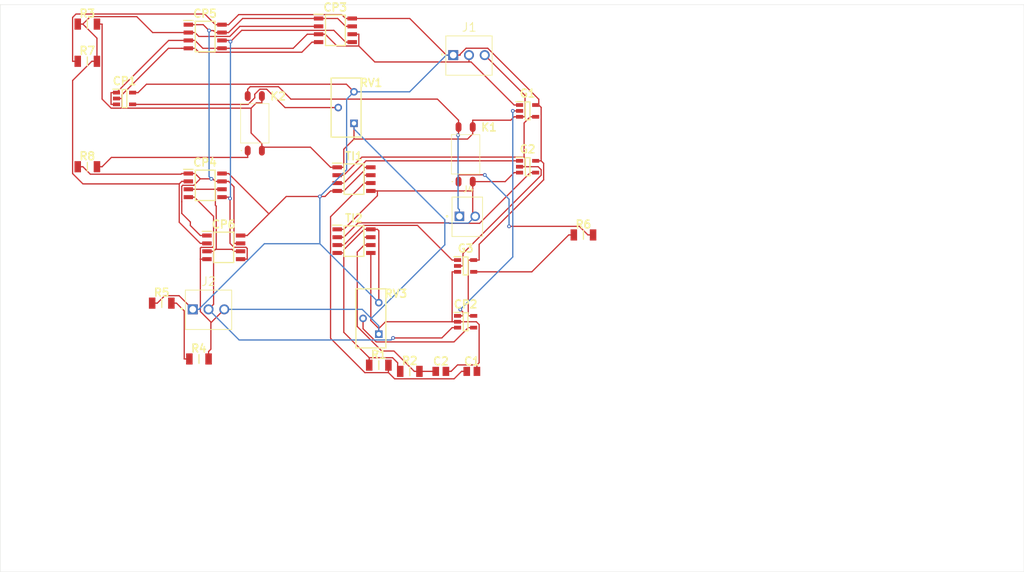
<source format=kicad_pcb>
(kicad_pcb (version 20221018) (generator pcbnew)
  (layers (0 "F.Cu" signal) (31 "B.Cu" signal) (34 "B.Paste" user) (35 "F.Paste" user) (36 "B.SilkS" user "B.Silkscreen") (37 "F.SilkS" user "F.Silkscreen") (38 "B.Mask" user) (39 "F.Mask" user) (44 "Edge.Cuts" user))
  (net 0 "")
  (net 1 "Net-(TI1-DISCHARGE)")
  (net 2 "0")
  (net 3 "Net-(TI2-DISCHARGE)")
  (net 4 "Current Sensor")
  (net 5 "Net-(CP1-IN+)")
  (net 6 "+5V")
  (net 7 "Net-(CP2-OUT)")
  (net 8 "BPS signal")
  (net 9 "Net-(CP2-IN+)")
  (net 10 "SCS Check")
  (net 11 "0.75V")
  (net 12 "4.2V")
  (net 13 "500ms trigger")
  (net 14 "500ms output")
  (net 15 "10s trigger")
  (net 16 "10s output")
  (net 17 "Net-(G3-Y)")
  (net 18 "SC")
  (net 19 "Net-(K1-+_CONTROL)")
  (net 20 "Net-(K2-+_CONTROL)")
  (net 21 "/4.25V")
  (footprint "EPSA_lib:SOT95P280X145-5N" (layer "F.Cu") (at 113 49)
    (fp_text reference "G2")
    (fp_text value "Gate AND SN74AHCT1G08DBVR" hide)
  )
  (footprint "EPSA_lib:RESC3216X70N" (layer "F.Cu") (at 60 80)
    (fp_text reference "R4")
    (fp_text value "82K" hide)
  )
  (footprint "EPSA_lib:SOIC127P600X175-8N" (layer "F.Cu") (at 82 27)
    (fp_text reference "CP3")
    (fp_text value "Comparateur Double LM393LVDR" hide)
  )
  (footprint "EPSA_lib:SOIC127P600X175-8N" (layer "F.Cu") (at 85 61)
    (fp_text reference "TI2")
    (fp_text value "Timer 555 LM555CMX_NOPB" hide)
  )
  (footprint "EPSA_lib:CAPC2012X130N" (layer "F.Cu") (at 104 82)
    (fp_text reference "C1")
    (fp_text value "100u" hide)
  )
  (footprint "EPSA_lib:3296Y1223LF" (layer "F.Cu") (at 89 76)
    (fp_text reference "RV3")
    (fp_text value "Varystor 3296Y-1-223LF" hide)
  )
  (footprint "EPSA_lib:SOIC127P600X175-8N" (layer "F.Cu") (at 85 51)
    (fp_text reference "TI1")
    (fp_text value "Timer 555 LM555CMX_NOPB" hide)
  )
  (footprint "EPSA_lib:SOT95P280X145-5N" (layer "F.Cu") (at 48 38)
    (fp_text reference "CP1")
    (fp_text value "Comparateur TS391ILT" hide)
  )
  (footprint "EPSA_lib:SOIC127P600X175-8N" (layer "F.Cu") (at 61 52)
    (fp_text reference "CP4")
    (fp_text value "Comparateur Double LM393LVDR" hide)
  )
  (footprint "EPSA_lib:RESC3216X70N" (layer "F.Cu") (at 42 49)
    (fp_text reference "R8")
    (fp_text value "10" hide)
  )
  (footprint "EPSA_lib:MOLEX_22-11-2032" (layer "F.Cu") (at 101 31)
    (fp_text reference "J1")
    (fp_text value "3P Droit 22-11-2032")
  )
  (footprint "EPSA_lib:RESC3216X70N" (layer "F.Cu") (at 122 60)
    (fp_text reference "R6")
    (fp_text value "10" hide)
  )
  (footprint "EPSA_lib:3296Y1223LF" (layer "F.Cu") (at 85 42)
    (fp_text reference "RV1")
    (fp_text value "Varystor 3296Y-1-223LF" hide)
  )
  (footprint "EPSA_lib:CAPC2012X130N" (layer "F.Cu") (at 99 82)
    (fp_text reference "C2")
    (fp_text value "10u" hide)
  )
  (footprint "EPSA_lib:SOT95P280X145-5N" (layer "F.Cu") (at 113 40)
    (fp_text reference "G1")
    (fp_text value "Gate AND SN74AHCT1G08DBVR" hide)
  )
  (footprint "EPSA_lib:RESC3216X70N" (layer "F.Cu") (at 94 82)
    (fp_text reference "R2")
    (fp_text value "45k" hide)
  )
  (footprint "EPSA_lib:RESC3216X70N" (layer "F.Cu") (at 54 71)
    (fp_text reference "R5")
    (fp_text value "12K" hide)
  )
  (footprint "EPSA_lib:SOT95P280X145-5N" (layer "F.Cu") (at 103 65)
    (fp_text reference "G3")
    (fp_text value "Gate AND SN74AHCT1G08DBVR" hide)
  )
  (footprint "EPSA_lib:RESC3216X70N" (layer "F.Cu") (at 42 32)
    (fp_text reference "R7")
    (fp_text value "82K" hide)
  )
  (footprint "EPSA_lib:SOT95P280X145-5N" (layer "F.Cu") (at 103 74)
    (fp_text reference "CP2")
    (fp_text value "Comparateur TS391ILT" hide)
  )
  (footprint "EPSA_lib:RESC3216X70N" (layer "F.Cu") (at 89 81)
    (fp_text reference "R1")
    (fp_text value "91k" hide)
  )
  (footprint "EPSA_lib:CPC1394GR" (layer "F.Cu") (at 69 42)
    (fp_text reference "K2")
    (fp_text value "SSR CPC1394GR" hide)
  )
  (footprint "EPSA_lib:MOLEX_22-11-2032" (layer "F.Cu") (at 59 72)
    (fp_text reference "J2")
    (fp_text value "3P Droit 22-11-2032")
  )
  (footprint "EPSA_lib:SOIC127P600X175-8N" (layer "F.Cu") (at 64 62)
    (fp_text reference "CP6")
    (fp_text value "Comparateur Double LM393LVDR" hide)
  )
  (footprint "EPSA_lib:SOIC127P600X175-8N" (layer "F.Cu") (at 61 28)
    (fp_text reference "CP5")
    (fp_text value "Comparateur Double LM393LVDR" hide)
  )
  (footprint "EPSA_lib:CPC1394GR" (layer "F.Cu") (at 103 47)
    (fp_text reference "K1")
    (fp_text value "SSR CPC1394GR" hide)
  )
  (footprint "EPSA_lib:MOLEX_22-11-2022" (layer "F.Cu") (at 102 57)
    (fp_text reference "J4")
    (fp_text value "2P Droit 2-11-2022")
  )
  (footprint "EPSA_lib:RESC3216X70N" (layer "F.Cu") (at 42 26)
    (fp_text reference "R3")
    (fp_text value "12K" hide)
  )
  (gr_rect (start 27.94 22.86) (end 193.04 114.3) (stroke (width 0.05)) (fill none) (layer "Edge.Cuts"))
  (segment (start 86.6451 50.365) (end 86.6451 51.635) (width 0.2) (layer "F.Cu") (net 1))
  (segment (start 87.711 51.635) (end 86.746 51.635) (width 0.2) (layer "F.Cu") (net 1))
  (segment (start 81.218 57.0636) (end 81.218 76.6696) (width 0.2) (layer "F.Cu") (net 1))
  (segment (start 101.1412 83.2019) (end 91.5515 83.2019) (width 0.2) (layer "F.Cu") (net 1))
  (segment (start 90.55 82.2004) (end 90.55 82.101) (width 0.2) (layer "F.Cu") (net 1))
  (segment (start 86.6466 51.635) (end 81.218 57.0636) (width 0.2) (layer "F.Cu") (net 1))
  (segment (start 90.55 81) (end 90.55 82.101) (width 0.2) (layer "F.Cu") (net 1))
  (segment (start 102.3431 82) (end 101.1412 83.2019) (width 0.2) (layer "F.Cu") (net 1))
  (segment (start 91.5515 83.2019) (end 90.55 82.2004) (width 0.2) (layer "F.Cu") (net 1))
  (segment (start 81.218 76.6696) (end 86.7503 82.2019) (width 0.2) (layer "F.Cu") (net 1))
  (segment (start 103.18 82) (end 102.3431 82) (width 0.2) (layer "F.Cu") (net 1))
  (segment (start 90.5485 82.2019) (end 90.55 82.2004) (width 0.2) (layer "F.Cu") (net 1))
  (segment (start 86.746 51.635) (end 86.6466 51.635) (width 0.2) (layer "F.Cu") (net 1))
  (segment (start 87.711 50.365) (end 86.6451 50.365) (width 0.2) (layer "F.Cu") (net 1))
  (segment (start 86.7503 82.2019) (end 90.5485 82.2019) (width 0.2) (layer "F.Cu") (net 1))
  (segment (start 86.6466 51.635) (end 86.6451 51.635) (width 0.2) (layer "F.Cu") (net 1))
  (segment (start 111.3625 49.95) (end 110.8231 49.95) (width 0.2) (layer "F.Cu") (net 2))
  (segment (start 60.2246 72.3537) (end 60.2246 63.905) (width 0.2) (layer "F.Cu") (net 2))
  (segment (start 106.08 31) (end 112.5769 37.4969) (width 0.2) (layer "F.Cu") (net 2))
  (segment (start 85 44.5357) (end 83.3549 46.1808) (width 0.2) (layer "F.Cu") (net 2))
  (segment (start 104.143 41.4981) (end 110.275 41.4981) (width 0.2) (layer "F.Cu") (net 2))
  (segment (start 104.54 57) (end 104.143 56.603) (width 0.2) (layer "F.Cu") (net 2))
  (segment (start 58.289 29.905) (end 59.3549 29.905) (width 0.2) (layer "F.Cu") (net 2))
  (segment (start 104.7281 74) (end 101.7 74) (width 0.2) (layer "F.Cu") (net 2))
  (segment (start 112.5769 40.9498) (end 112.5767 40.95) (width 0.2) (layer "F.Cu") (net 2))
  (segment (start 55.0723 29.905) (end 57.2231 29.905) (width 0.2) (layer "F.Cu") (net 2))
  (segment (start 87.711 73.8006) (end 89 75.0896) (width 0.2) (layer "F.Cu") (net 2))
  (segment (start 101.6938 80.9631) (end 104.82 80.9631) (width 0.2) (layer "F.Cu") (net 2))
  (segment (start 85 42) (end 85 42.9104) (width 0.2) (layer "F.Cu") (net 2))
  (segment (start 68.4061 43.5612) (end 70.143 45.2981) (width 0.2) (layer "F.Cu") (net 2))
  (segment (start 59.254 53.905) (end 62.3549 57.0059) (width 0.2) (layer "F.Cu") (net 2))
  (segment (start 47.5769 39.4277) (end 47.7033 39.5541) (width 0.2) (layer "F.Cu") (net 2))
  (segment (start 70.143 45.849) (end 77.9771 45.849) (width 0.2) (layer "F.Cu") (net 2))
  (segment (start 61.9225 74.0516) (end 61.9225 78.4256) (width 0.2) (layer "F.Cu") (net 2))
  (segment (start 100.6569 82) (end 101.6938 80.9631) (width 0.2) (layer "F.Cu") (net 2))
  (segment (start 58.289 29.905) (end 57.2231 29.905) (width 0.2) (layer "F.Cu") (net 2))
  (segment (start 104.143 52.905) (end 104.143 52.5019) (width 0.2) (layer "F.Cu") (net 2))
  (segment (start 101.7 74) (end 100.8231 74) (width 0.2) (layer "F.Cu") (net 2))
  (segment (start 101.7 65.95) (end 100.8231 65.95) (width 0.2) (layer "F.Cu") (net 2))
  (segment (start 70.143 45.849) (end 70.143 45.2981) (width 0.2) (layer "F.Cu") (net 2))
  (segment (start 111.3625 49.95) (end 111.7 49.95) (width 0.2) (layer "F.Cu") (net 2))
  (segment (start 61.9225 78.4256) (end 61.55 78.7981) (width 0.2) (layer "F.Cu") (net 2))
  (segment (start 90.0896 74) (end 89 75.0896) (width 0.2) (layer "F.Cu") (net 2))
  (segment (start 79.289 28.905) (end 78.2231 28.905) (width 0.2) (layer "F.Cu") (net 2))
  (segment (start 104.143 52.905) (end 88.7769 52.905) (width 0.2) (layer "F.Cu") (net 2))
  (segment (start 70.143 46.4) (end 70.143 45.849) (width 0.2) (layer "F.Cu") (net 2))
  (segment (start 104.82 80.9631) (end 105.1769 80.6062) (width 0.2) (layer "F.Cu") (net 2))
  (segment (start 100.8231 74) (end 100.8231 65.95) (width 0.2) (layer "F.Cu") (net 2))
  (segment (start 61.55 80) (end 61.55 78.7981) (width 0.2) (layer "F.Cu") (net 2))
  (segment (start 83.3549 59.095) (end 88.7769 53.673) (width 0.2) (layer "F.Cu") (net 2))
  (segment (start 82.289 49.095) (end 81.2231 49.095) (width 0.2) (layer "F.Cu") (net 2))
  (segment (start 62.1721 62.0081) (end 60.3431 62.0081) (width 0.2) (layer "F.Cu") (net 2))
  (segment (start 62.3549 61.8253) (end 62.1721 62.0081) (width 0.2) (layer "F.Cu") (net 2))
  (segment (start 76.5961 30.532) (end 78.2231 28.905) (width 0.2) (layer "F.Cu") (net 2))
  (segment (start 61.9225 74.0516) (end 60.2246 72.3537) (width 0.2) (layer "F.Cu") (net 2))
  (segment (start 46.7 38) (end 47.5769 38) (width 0.2) (layer "F.Cu") (net 2))
  (segment (start 87.711 62.905) (end 87.711 73.8006) (width 0.2) (layer "F.Cu") (net 2))
  (segment (start 82.289 59.095) (end 83.3549 59.095) (width 0.2) (layer "F.Cu") (net 2))
  (segment (start 111.7 40.95) (end 112.5767 40.95) (width 0.2) (layer "F.Cu") (net 2))
  (segment (start 58.289 53.905) (end 59.254 53.905) (width 0.2) (layer "F.Cu") (net 2))
  (segment (start 105.1769 80.6062) (end 105.1769 74.4488) (width 0.2) (layer "F.Cu") (net 2))
  (segment (start 61.289 63.905) (end 60.2246 63.905) (width 0.2) (layer "F.Cu") (net 2))
  (segment (start 110.8231 49.95) (end 109.3731 51.4) (width 0.2) (layer "F.Cu") (net 2))
  (segment (start 87.711 52.905) (end 88.7769 52.905) (width 0.2) (layer "F.Cu") (net 2))
  (segment (start 85 44.5357) (end 103.3092 44.5357) (width 0.2) (layer "F.Cu") (net 2))
  (segment (start 89 76) (end 89 75.0896) (width 0.2) (layer "F.Cu") (net 2))
  (segment (start 70.143 38.7019) (end 69.2583 38.7019) (width 0.2) (layer "F.Cu") (net 2))
  (segment (start 85 42.9104) (end 85 44.5357) (width 0.2) (layer "F.Cu") (net 2))
  (segment (start 64.08 72) (end 62.0284 74.0516) (width 0.2) (layer "F.Cu") (net 2))
  (segment (start 47.5769 38) (end 47.5769 39.4277) (width 0.2) (layer "F.Cu") (net 2))
  (segment (start 47.5769 39.4277) (end 47.4527 39.5519) (width 0.2) (layer "F.Cu") (net 2))
  (segment (start 68.4061 39.5541) (end 68.4061 43.5612) (width 0.2) (layer "F.Cu") (net 2))
  (segment (start 82.289 49.095) (end 83.3549 49.095) (width 0.2) (layer "F.Cu") (net 2))
  (segment (start 59.9819 30.532) (end 76.5961 30.532) (width 0.2) (layer "F.Cu") (net 2))
  (segment (start 110.275 41.4981) (end 110.8231 40.95) (width 0.2) (layer "F.Cu") (net 2))
  (segment (start 47.7033 39.5541) (end 68.4061 39.5541) (width 0.2) (layer "F.Cu") (net 2))
  (segment (start 104.143 42.6) (end 104.143 41.4981) (width 0.2) (layer "F.Cu") (net 2))
  (segment (start 43.55 26) (end 44.3769 26) (width 0.2) (layer "F.Cu") (net 2))
  (segment (start 45.8359 39.5519) (end 44.377 38.093) (width 0.2) (layer "F.Cu") (net 2))
  (segment (start 105.1769 74.4488) (end 104.7281 74) (width 0.2) (layer "F.Cu") (net 2))
  (segment (start 100.8231 74) (end 90.0896 74) (width 0.2) (layer "F.Cu") (net 2))
  (segment (start 103.3092 44.5357) (end 104.143 43.7019) (width 0.2) (layer "F.Cu") (net 2))
  (segment (start 60.2231 62.1281) (end 60.2231 63.905) (width 0.2) (layer "F.Cu") (net 2))
  (segment (start 111.7 40.95) (end 110.8231 40.95) (width 0.2) (layer "F.Cu") (net 2))
  (segment (start 83.3549 46.1808) (end 83.3549 49.095) (width 0.2) (layer "F.Cu") (net 2))
  (segment (start 99.82 82) (end 100.6569 82) (width 0.2) (layer "F.Cu") (net 2))
  (segment (start 44.377 26) (end 44.3769 26) (width 0.2) (layer "F.Cu") (net 2))
  (segment (start 70.143 37.6) (end 70.143 38.7019) (width 0.2) (layer "F.Cu") (net 2))
  (segment (start 112.5769 37.4969) (end 112.5769 40.9498) (width 0.2) (layer "F.Cu") (net 2))
  (segment (start 104.82 82) (end 104.82 80.9631) (width 0.2) (layer "F.Cu") (net 2))
  (segment (start 77.9771 45.849) (end 81.2231 49.095) (width 0.2) (layer "F.Cu") (net 2))
  (segment (start 62.3549 57.0059) (end 62.3549 61.8253) (width 0.2) (layer "F.Cu") (net 2))
  (segment (start 47.5769 38) (end 47.5769 37.4004) (width 0.2) (layer "F.Cu") (net 2))
  (segment (start 88.7769 53.673) (end 88.7769 52.905) (width 0.2) (layer "F.Cu") (net 2))
  (segment (start 59.3549 29.905) (end 59.9819 30.532) (width 0.2) (layer "F.Cu") (net 2))
  (segment (start 104.143 56.603) (end 104.143 52.905) (width 0.2) (layer "F.Cu") (net 2))
  (segment (start 60.2246 63.905) (end 60.2231 63.905) (width 0.2) (layer "F.Cu") (net 2))
  (segment (start 47.4527 39.5519) (end 45.8359 39.5519) (width 0.2) (layer "F.Cu") (net 2))
  (segment (start 47.5769 37.4004) (end 55.0723 29.905) (width 0.2) (layer "F.Cu") (net 2))
  (segment (start 104.143 51.4) (end 104.143 52.5019) (width 0.2) (layer "F.Cu") (net 2))
  (segment (start 60.3431 62.0081) (end 60.2231 62.1281) (width 0.2) (layer "F.Cu") (net 2))
  (segment (start 104.143 42.6) (end 104.143 43.7019) (width 0.2) (layer "F.Cu") (net 2))
  (segment (start 69.2583 38.7019) (end 68.4061 39.5541) (width 0.2) (layer "F.Cu") (net 2))
  (segment (start 62.0284 74.0516) (end 61.9225 74.0516) (width 0.2) (layer "F.Cu") (net 2))
  (segment (start 109.3731 51.4) (end 104.143 51.4) (width 0.2) (layer "F.Cu") (net 2))
  (segment (start 44.377 38.093) (end 44.377 26) (width 0.2) (layer "F.Cu") (net 2))
  (segment (start 89 74.6719) (end 89 75.0896) (width 0.2) (layer "B.Cu") (net 2))
  (segment (start 85 42) (end 85 42.9104) (width 0.2) (layer "B.Cu") (net 2))
  (segment (start 99.6438 57.5542) (end 85 42.9104) (width 0.2) (layer "B.Cu") (net 2))
  (segment (start 86.3281 72) (end 87.7835 73.4554) (width 0.2) (layer "B.Cu") (net 2))
  (segment (start 99.6438 58.0918) (end 103.4482 58.0918) (width 0.2) (layer "B.Cu") (net 2))
  (segment (start 103.4482 58.0918) (end 104.54 57) (width 0.2) (layer "B.Cu") (net 2))
  (segment (start 87.7835 73.4554) (end 99.6438 61.5951) (width 0.2) (layer "B.Cu") (net 2))
  (segment (start 99.6438 61.5951) (end 99.6438 58.0918) (width 0.2) (layer "B.Cu") (net 2))
  (segment (start 87.7835 73.4554) (end 89 74.6719) (width 0.2) (layer "B.Cu") (net 2))
  (segment (start 99.6438 58.0918) (end 99.6438 57.5542) (width 0.2) (layer "B.Cu") (net 2))
  (segment (start 64.08 72) (end 86.3281 72) (width 0.2) (layer "B.Cu") (net 2))
  (segment (start 89 76) (end 89 75.0896) (width 0.2) (layer "B.Cu") (net 2))
  (segment (start 98.18 82) (end 95.55 82) (width 0.2) (layer "F.Cu") (net 3))
  (segment (start 95.55 82) (end 94.7231 82) (width 0.2) (layer "F.Cu") (net 3))
  (segment (start 87.711 61.635) (end 86.6451 61.635) (width 0.2) (layer "F.Cu") (net 3))
  (segment (start 86.6451 60.365) (end 86.6451 61.635) (width 0.2) (layer "F.Cu") (net 3))
  (segment (start 85.5233 74.7689) (end 85.5233 62.7568) (width 0.2) (layer "F.Cu") (net 3))
  (segment (start 94.7231 82) (end 91.4413 78.7182) (width 0.2) (layer "F.Cu") (net 3))
  (segment (start 85.5233 62.7568) (end 86.6451 61.635) (width 0.2) (layer "F.Cu") (net 3))
  (segment (start 87.711 60.365) (end 86.6451 60.365) (width 0.2) (layer "F.Cu") (net 3))
  (segment (start 89.4726 78.7182) (end 85.5233 74.7689) (width 0.2) (layer "F.Cu") (net 3))
  (segment (start 91.4413 78.7182) (end 89.4726 78.7182) (width 0.2) (layer "F.Cu") (net 3))
  (segment (start 46.7 37.05) (end 45.8231 37.05) (width 0.2) (layer "F.Cu") (net 4))
  (segment (start 46.7 37.05) (end 55.115 28.635) (width 0.2) (layer "F.Cu") (net 4))
  (segment (start 103.54 32.1069) (end 103.54 31) (width 0.2) (layer "F.Cu") (net 4))
  (segment (start 111.7 39.05) (end 110.8231 39.05) (width 0.2) (layer "F.Cu") (net 4))
  (segment (start 64.7769 29.905) (end 75.1937 29.905) (width 0.2) (layer "F.Cu") (net 4))
  (segment (start 46.7 38.95) (end 45.8231 38.95) (width 0.2) (layer "F.Cu") (net 4))
  (segment (start 103.88 32.1069) (end 110.8231 39.05) (width 0.2) (layer "F.Cu") (net 4))
  (segment (start 88.3513 32.1069) (end 103.54 32.1069) (width 0.2) (layer "F.Cu") (net 4))
  (segment (start 85.7769 27.635) (end 85.7769 29.5325) (width 0.2) (layer "F.Cu") (net 4))
  (segment (start 84.711 27.635) (end 85.7769 27.635) (width 0.2) (layer "F.Cu") (net 4))
  (segment (start 82.2524 29.5325) (end 80.3549 27.635) (width 0.2) (layer "F.Cu") (net 4))
  (segment (start 55.115 28.635) (end 58.289 28.635) (width 0.2) (layer "F.Cu") (net 4))
  (segment (start 45.8231 38.95) (end 45.8231 37.05) (width 0.2) (layer "F.Cu") (net 4))
  (segment (start 58.289 28.635) (end 59.3549 28.635) (width 0.2) (layer "F.Cu") (net 4))
  (segment (start 75.1937 29.905) (end 77.4637 27.635) (width 0.2) (layer "F.Cu") (net 4))
  (segment (start 103.54 32.1069) (end 103.88 32.1069) (width 0.2) (layer "F.Cu") (net 4))
  (segment (start 79.289 27.635) (end 80.3549 27.635) (width 0.2) (layer "F.Cu") (net 4))
  (segment (start 85.7769 29.5325) (end 88.3513 32.1069) (width 0.2) (layer "F.Cu") (net 4))
  (segment (start 59.3549 28.635) (end 60.6249 29.905) (width 0.2) (layer "F.Cu") (net 4))
  (segment (start 85.7769 29.5325) (end 82.2524 29.5325) (width 0.2) (layer "F.Cu") (net 4))
  (segment (start 77.4637 27.635) (end 79.289 27.635) (width 0.2) (layer "F.Cu") (net 4))
  (segment (start 60.6249 29.905) (end 63.711 29.905) (width 0.2) (layer "F.Cu") (net 4))
  (segment (start 63.711 29.905) (end 64.7769 29.905) (width 0.2) (layer "F.Cu") (net 4))
  (segment (start 49.3 38.95) (end 67.9308 38.95) (width 0.2) (layer "F.Cu") (net 5))
  (segment (start 70.92 36.4981) (end 73.8819 39.46) (width 0.2) (layer "F.Cu") (net 5))
  (segment (start 68.9954 37.3126) (end 69.8099 36.4981) (width 0.2) (layer "F.Cu") (net 5))
  (segment (start 67.9308 38.95) (end 68.9954 37.8854) (width 0.2) (layer "F.Cu") (net 5))
  (segment (start 68.9954 37.8854) (end 68.9954 37.3126) (width 0.2) (layer "F.Cu") (net 5))
  (segment (start 69.8099 36.4981) (end 70.92 36.4981) (width 0.2) (layer "F.Cu") (net 5))
  (segment (start 73.8819 39.46) (end 82.46 39.46) (width 0.2) (layer "F.Cu") (net 5))
  (segment (start 86.6451 59.095) (end 83.3549 62.3852) (width 0.2) (layer "F.Cu") (net 6))
  (segment (start 105.1769 64.05) (end 105.1769 61.5117) (width 0.2) (layer "F.Cu") (net 6))
  (segment (start 84.711 25.095) (end 83.6451 25.095) (width 0.2) (layer "F.Cu") (net 6))
  (segment (start 50.1769 37.05) (end 51.5326 35.6943) (width 0.2) (layer "F.Cu") (net 6))
  (segment (start 74.074 53.7979) (end 79.4965 53.7979) (width 0.2) (layer "F.Cu") (net 6))
  (segment (start 59 72) (end 56.7981 69.7981) (width 0.2) (layer "F.Cu") (net 6))
  (segment (start 62.6451 26.095) (end 60.9239 24.3738) (width 0.2) (layer "F.Cu") (net 6))
  (segment (start 83.6451 25.095) (end 83.0182 24.4681) (width 0.2) (layer "F.Cu") (net 6))
  (segment (start 56.7981 69.7981) (end 54.4788 69.7981) (width 0.2) (layer "F.Cu") (net 6))
  (segment (start 87.711 59.095) (end 86.6451 59.095) (width 0.2) (layer "F.Cu") (net 6))
  (segment (start 87.45 81) (end 87.45 79.7981) (width 0.2) (layer "F.Cu") (net 6))
  (segment (start 71.2769 56.595) (end 67.7769 60.095) (width 0.2) (layer "F.Cu") (net 6))
  (segment (start 115.1769 39.4319) (end 114.795 39.05) (width 0.2) (layer "F.Cu") (net 6))
  (segment (start 92.0366 82) (end 92.0366 80.6185) (width 0.2) (layer "F.Cu") (net 6))
  (segment (start 63.711 26.095) (end 62.6451 26.095) (width 0.2) (layer "F.Cu") (net 6))
  (segment (start 39.6231 24.9239) (end 39.6231 32) (width 0.2) (layer "F.Cu") (net 6))
  (segment (start 71.2769 56.595) (end 74.074 53.7979) (width 0.2) (layer "F.Cu") (net 6))
  (segment (start 40.45 32) (end 39.6231 32) (width 0.2) (layer "F.Cu") (net 6))
  (segment (start 66.4038 24.4681) (end 64.7769 26.095) (width 0.2) (layer "F.Cu") (net 6))
  (segment (start 105.1769 61.5117) (end 115.5788 51.1098) (width 0.2) (layer "F.Cu") (net 6))
  (segment (start 87.45 79.7981) (end 83.3549 75.703) (width 0.2) (layer "F.Cu") (net 6))
  (segment (start 82.289 62.905) (end 83.3549 62.905) (width 0.2) (layer "F.Cu") (net 6))
  (segment (start 114.795 39.05) (end 114.795 38.1213) (width 0.2) (layer "F.Cu") (net 6))
  (segment (start 83.3549 52.905) (end 86.6451 49.6148) (width 0.2) (layer "F.Cu") (net 6))
  (segment (start 101 31) (end 99.8931 31) (width 0.2) (layer "F.Cu") (net 6))
  (segment (start 101 31) (end 102.1069 31) (width 0.2) (layer "F.Cu") (net 6))
  (segment (start 89 70.92) (end 89 59.3181) (width 0.2) (layer "F.Cu") (net 6))
  (segment (start 106.5668 29.8931) (end 103.0753 29.8931) (width 0.2) (layer "F.Cu") (net 6))
  (segment (start 104.3 64.05) (end 105.1769 64.05) (width 0.2) (layer "F.Cu") (net 6))
  (segment (start 63.711 26.095) (end 64.7769 26.095) (width 0.2) (layer "F.Cu") (net 6))
  (segment (start 79.4965 53.7979) (end 80.3302 53.7979) (width 0.2) (layer "F.Cu") (net 6))
  (segment (start 83.7743 35.6943) (end 85 36.92) (width 0.2) (layer "F.Cu") (net 6))
  (segment (start 115.5788 51.1098) (end 115.5788 48.4519) (width 0.2) (layer "F.Cu") (net 6))
  (segment (start 83.3549 62.3852) (end 83.3549 62.905) (width 0.2) (layer "F.Cu") (net 6))
  (segment (start 89 59.3181) (end 88.7769 59.095) (width 0.2) (layer "F.Cu") (net 6))
  (segment (start 114.795 38.1213) (end 106.5668 29.8931) (width 0.2) (layer "F.Cu") (net 6))
  (segment (start 63.711 50.095) (end 64.7769 50.095) (width 0.2) (layer "F.Cu") (net 6))
  (segment (start 54.4788 69.7981) (end 53.2769 71) (width 0.2) (layer "F.Cu") (net 6))
  (segment (start 99.8931 31) (end 93.9881 25.095) (width 0.2) (layer "F.Cu") (net 6))
  (segment (start 49.3 37.05) (end 50.1769 37.05) (width 0.2) (layer "F.Cu") (net 6))
  (segment (start 103.0753 29.8931) (end 102.1069 30.8615) (width 0.2) (layer "F.Cu") (net 6))
  (segment (start 104.3 73.05) (end 103.4231 73.05) (width 0.2) (layer "F.Cu") (net 6))
  (segment (start 83.0182 24.4681) (end 66.4038 24.4681) (width 0.2) (layer "F.Cu") (net 6))
  (segment (start 64.7769 50.095) (end 71.2769 56.595) (width 0.2) (layer "F.Cu") (net 6))
  (segment (start 92.45 82) (end 92.0366 82) (width 0.2) (layer "F.Cu") (net 6))
  (segment (start 82.289 52.905) (end 83.3549 52.905) (width 0.2) (layer "F.Cu") (net 6))
  (segment (start 91.2162 79.7981) (end 87.45 79.7981) (width 0.2) (layer "F.Cu") (net 6))
  (segment (start 115.1769 48.05) (end 115.1769 39.4319) (width 0.2) (layer "F.Cu") (net 6))
  (segment (start 102.1069 30.8615) (end 102.1069 31) (width 0.2) (layer "F.Cu") (net 6))
  (segment (start 86.6451 49.6148) (end 86.6451 49.095) (width 0.2) (layer "F.Cu") (net 6))
  (segment (start 115.5788 48.4519) (end 115.1769 48.05) (width 0.2) (layer "F.Cu") (net 6))
  (segment (start 114.3 39.05) (end 114.795 39.05) (width 0.2) (layer "F.Cu") (net 6))
  (segment (start 80.3302 53.7979) (end 81.2231 52.905) (width 0.2) (layer "F.Cu") (net 6))
  (segment (start 104.3 64.05) (end 103.4231 64.05) (width 0.2) (layer "F.Cu") (net 6))
  (segment (start 66.711 60.095) (end 67.7769 60.095) (width 0.2) (layer "F.Cu") (net 6))
  (segment (start 87.711 49.095) (end 86.6451 49.095) (width 0.2) (layer "F.Cu") (net 6))
  (segment (start 92.0366 80.6185) (end 91.2162 79.7981) (width 0.2) (layer "F.Cu") (net 6))
  (segment (start 87.711 59.095) (end 88.7769 59.095) (width 0.2) (layer "F.Cu") (net 6))
  (segment (start 82.289 52.905) (end 81.2231 52.905) (width 0.2) (layer "F.Cu") (net 6))
  (segment (start 114.3 48.05) (end 115.1769 48.05) (width 0.2) (layer "F.Cu") (net 6))
  (segment (start 93.9881 25.095) (end 84.711 25.095) (width 0.2) (layer "F.Cu") (net 6))
  (segment (start 103.4231 73.05) (end 103.4231 64.05) (width 0.2) (layer "F.Cu") (net 6))
  (segment (start 52.45 71) (end 53.2769 71) (width 0.2) (layer "F.Cu") (net 6))
  (segment (start 60.9239 24.3738) (end 40.1732 24.3738) (width 0.2) (layer "F.Cu") (net 6))
  (segment (start 83.3549 75.703) (end 83.3549 62.905) (width 0.2) (layer "F.Cu") (net 6))
  (segment (start 51.5326 35.6943) (end 83.7743 35.6943) (width 0.2) (layer "F.Cu") (net 6))
  (segment (start 40.1732 24.3738) (end 39.6231 24.9239) (width 0.2) (layer "F.Cu") (net 6))
  (via (at 79.4965 53.7979) (size 0.6) (drill 0.3) (layers "F.Cu" "B.Cu") (net 6))
  (segment (start 59 72) (end 60.1069 72) (width 0.2) (layer "B.Cu") (net 6))
  (segment (start 60.1069 72) (end 60.1069 71.8616) (width 0.2) (layer "B.Cu") (net 6))
  (segment (start 79.4965 61.4165) (end 89 70.92) (width 0.2) (layer "B.Cu") (net 6))
  (segment (start 60.1069 71.8616) (end 70.552 61.4165) (width 0.2) (layer "B.Cu") (net 6))
  (segment (start 83.8078 49.4866) (end 79.4965 53.7979) (width 0.2) (layer "B.Cu") (net 6))
  (segment (start 85 36.92) (end 93.9731 36.92) (width 0.2) (layer "B.Cu") (net 6))
  (segment (start 93.9731 36.92) (end 99.8931 31) (width 0.2) (layer "B.Cu") (net 6))
  (segment (start 79.4965 53.7979) (end 79.4965 61.4165) (width 0.2) (layer "B.Cu") (net 6))
  (segment (start 101 31) (end 99.8931 31) (width 0.2) (layer "B.Cu") (net 6))
  (segment (start 85 36.92) (end 83.8078 38.1122) (width 0.2) (layer "B.Cu") (net 6))
  (segment (start 83.8078 38.1122) (end 83.8078 49.4866) (width 0.2) (layer "B.Cu") (net 6))
  (segment (start 70.552 61.4165) (end 79.4965 61.4165) (width 0.2) (layer "B.Cu") (net 6))
  (segment (start 102.5769 72.4593) (end 102.137 72.0194) (width 0.2) (layer "F.Cu") (net 7))
  (segment (start 101.7 73.05) (end 102.5769 73.05) (width 0.2) (layer "F.Cu") (net 7))
  (segment (start 102.5769 73.05) (end 102.5769 72.4593) (width 0.2) (layer "F.Cu") (net 7))
  (segment (start 111.7 40) (end 110.6039 40) (width 0.2) (layer "F.Cu") (net 7))
  (via (at 102.137 72.0194) (size 0.6) (drill 0.3) (layers "F.Cu" "B.Cu") (net 7))
  (via (at 110.6039 40) (size 0.6) (drill 0.3) (layers "F.Cu" "B.Cu") (net 7))
  (segment (start 110.6039 40) (end 110.6039 63.5525) (width 0.2) (layer "B.Cu") (net 7))
  (segment (start 110.6039 63.5525) (end 102.137 72.0194) (width 0.2) (layer "B.Cu") (net 7))
  (segment (start 65.3309 62.3208) (end 65.6451 62.635) (width 0.2) (layer "F.Cu") (net 8))
  (segment (start 62.3549 62.635) (end 62.6691 62.3208) (width 0.2) (layer "F.Cu") (net 8))
  (segment (start 62.6451 55.2074) (end 62.6451 52.635) (width 0.2) (layer "F.Cu") (net 8))
  (segment (start 62.3549 71.1851) (end 62.3549 62.635) (width 0.2) (layer "F.Cu") (net 8))
  (segment (start 61.289 62.635) (end 62.3549 62.635) (width 0.2) (layer "F.Cu") (net 8))
  (segment (start 62.7831 62.3208) (end 62.7831 55.3454) (width 0.2) (layer "F.Cu") (net 8))
  (segment (start 62.7831 55.3454) (end 62.6451 55.2074) (width 0.2) (layer "F.Cu") (net 8))
  (segment (start 100.8231 74.95) (end 99.1609 76.6122) (width 0.2) (layer "F.Cu") (net 8))
  (segment (start 66.711 62.635) (end 65.6451 62.635) (width 0.2) (layer "F.Cu") (net 8))
  (segment (start 62.6451 52.635) (end 58.289 52.635) (width 0.2) (layer "F.Cu") (net 8))
  (segment (start 61.54 72) (end 62.3549 71.1851) (width 0.2) (layer "F.Cu") (net 8))
  (segment (start 62.6691 62.3208) (end 62.7831 62.3208) (width 0.2) (layer "F.Cu") (net 8))
  (segment (start 62.7831 62.3208) (end 65.3309 62.3208) (width 0.2) (layer "F.Cu") (net 8))
  (segment (start 101.7 74.95) (end 100.8231 74.95) (width 0.2) (layer "F.Cu") (net 8))
  (segment (start 63.711 52.635) (end 62.6451 52.635) (width 0.2) (layer "F.Cu") (net 8))
  (segment (start 99.1609 76.6122) (end 91.3037 76.6122) (width 0.2) (layer "F.Cu") (net 8))
  (via (at 91.3037 76.6122) (size 0.6) (drill 0.3) (layers "F.Cu" "B.Cu") (net 8))
  (segment (start 90.9766 76.9393) (end 66.4793 76.9393) (width 0.2) (layer "B.Cu") (net 8))
  (segment (start 91.3037 76.6122) (end 90.9766 76.9393) (width 0.2) (layer "B.Cu") (net 8))
  (segment (start 66.4793 76.9393) (end 61.54 72) (width 0.2) (layer "B.Cu") (net 8))
  (segment (start 101.1224 77.2507) (end 88.5812 77.2507) (width 0.2) (layer "F.Cu") (net 9))
  (segment (start 103.4231 74.95) (end 101.1224 77.2507) (width 0.2) (layer "F.Cu") (net 9))
  (segment (start 104.3 74.95) (end 103.4231 74.95) (width 0.2) (layer "F.Cu") (net 9))
  (segment (start 88.5812 77.2507) (end 86.46 75.1295) (width 0.2) (layer "F.Cu") (net 9))
  (segment (start 86.46 75.1295) (end 86.46 73.46) (width 0.2) (layer "F.Cu") (net 9))
  (segment (start 60.2231 60.095) (end 58.6131 58.485) (width 0.2) (layer "F.Cu") (net 10))
  (segment (start 58.289 50.095) (end 57.2231 50.095) (width 0.2) (layer "F.Cu") (net 10))
  (segment (start 63.711 27.365) (end 62.6451 27.365) (width 0.2) (layer "F.Cu") (net 10))
  (segment (start 63.711 51.365) (end 62.6451 51.365) (width 0.2) (layer "F.Cu") (net 10))
  (segment (start 57.2238 54.644) (end 57.2223 54.6425) (width 0.2) (layer "F.Cu") (net 10))
  (segment (start 60.2152 50.9552) (end 60.2152 50.9553) (width 0.2) (layer "F.Cu") (net 10))
  (segment (start 66.711 61.365) (end 65.6451 61.365) (width 0.2) (layer "F.Cu") (net 10))
  (segment (start 62.3235 27.0434) (end 62.6451 27.365) (width 0.2) (layer "F.Cu") (net 10))
  (segment (start 63.711 27.365) (end 64.244 27.365) (width 0.2) (layer "F.Cu") (net 10))
  (segment (start 67.0469 25.095) (end 79.289 25.095) (width 0.2) (layer "F.Cu") (net 10))
  (segment (start 62.6451 51.365) (end 62.2354 50.9553) (width 0.2) (layer "F.Cu") (net 10))
  (segment (start 58.6131 58.485) (end 58.6131 57.9168) (width 0.2) (layer "F.Cu") (net 10))
  (segment (start 57.2223 52.1582) (end 57.3874 51.9931) (width 0.2) (layer "F.Cu") (net 10))
  (segment (start 60.68 26.095) (end 58.289 26.095) (width 0.2) (layer "F.Cu") (net 10))
  (segment (start 61.289 60.095) (end 60.2231 60.095) (width 0.2) (layer "F.Cu") (net 10))
  (segment (start 41.2769 49) (end 42.4788 50.2019) (width 0.2) (layer "F.Cu") (net 10))
  (segment (start 64.7769 27.365) (end 67.0469 25.095) (width 0.2) (layer "F.Cu") (net 10))
  (segment (start 64.7014 27.365) (end 64.7769 27.365) (width 0.2) (layer "F.Cu") (net 10))
  (segment (start 57.3874 51.9931) (end 59.1773 51.9931) (width 0.2) (layer "F.Cu") (net 10))
  (segment (start 40.45 49) (end 41.2769 49) (width 0.2) (layer "F.Cu") (net 10))
  (segment (start 42.4788 50.2019) (end 57.1162 50.2019) (width 0.2) (layer "F.Cu") (net 10))
  (segment (start 84.711 26.365) (end 83.6451 26.365) (width 0.2) (layer "F.Cu") (net 10))
  (segment (start 59.3549 50.095) (end 60.2152 50.9552) (width 0.2) (layer "F.Cu") (net 10))
  (segment (start 58.6131 57.9168) (end 57.2238 56.5275) (width 0.2) (layer "F.Cu") (net 10))
  (segment (start 57.2238 56.5275) (end 57.2238 54.644) (width 0.2) (layer "F.Cu") (net 10))
  (segment (start 63.711 51.365) (end 64.7769 51.365) (width 0.2) (layer "F.Cu") (net 10))
  (segment (start 65.6451 52.2332) (end 65.6451 61.365) (width 0.2) (layer "F.Cu") (net 10))
  (segment (start 62.2354 50.9553) (end 61.9876 50.9553) (width 0.2) (layer "F.Cu") (net 10))
  (segment (start 59.1773 51.9931) (end 60.2152 50.9552) (width 0.2) (layer "F.Cu") (net 10))
  (segment (start 64.244 27.365) (end 64.7014 27.365) (width 0.2) (layer "F.Cu") (net 10))
  (segment (start 61.6284 27.0434) (end 60.68 26.095) (width 0.2) (layer "F.Cu") (net 10))
  (segment (start 58.289 50.095) (end 59.3549 50.095) (width 0.2) (layer "F.Cu") (net 10))
  (segment (start 57.1162 50.2019) (end 57.2231 50.095) (width 0.2) (layer "F.Cu") (net 10))
  (segment (start 82.3751 25.095) (end 79.289 25.095) (width 0.2) (layer "F.Cu") (net 10))
  (segment (start 83.6451 26.365) (end 82.3751 25.095) (width 0.2) (layer "F.Cu") (net 10))
  (segment (start 57.2223 54.6425) (end 57.2223 52.1582) (width 0.2) (layer "F.Cu") (net 10))
  (segment (start 61.6284 27.0434) (end 62.3235 27.0434) (width 0.2) (layer "F.Cu") (net 10))
  (segment (start 60.2152 50.9553) (end 61.9876 50.9553) (width 0.2) (layer "F.Cu") (net 10))
  (segment (start 64.7769 51.365) (end 65.6451 52.2332) (width 0.2) (layer "F.Cu") (net 10))
  (via (at 61.9876 50.9553) (size 0.6) (drill 0.3) (layers "F.Cu" "B.Cu") (net 10))
  (via (at 61.6284 27.0434) (size 0.6) (drill 0.3) (layers "F.Cu" "B.Cu") (net 10))
  (segment (start 61.6284 50.5961) (end 61.6284 27.0434) (width 0.2) (layer "B.Cu") (net 10))
  (segment (start 61.9876 50.9553) (end 61.6284 50.5961) (width 0.2) (layer "B.Cu") (net 10))
  (segment (start 66.5968 26.365) (end 79.289 26.365) (width 0.2) (layer "F.Cu") (net 11))
  (segment (start 59.9818 27.9919) (end 64.9699 27.9919) (width 0.2) (layer "F.Cu") (net 11))
  (segment (start 60.2231 61.365) (end 56.8181 57.96) (width 0.2) (layer "F.Cu") (net 11))
  (segment (start 49.9677 24.7981) (end 52.5346 27.365) (width 0.2) (layer "F.Cu") (net 11))
  (segment (start 39.6231 35.1) (end 39.6231 50.1055) (width 0.2) (layer "F.Cu") (net 11))
  (segment (start 59.3549 27.365) (end 59.9818 27.9919) (width 0.2) (layer "F.Cu") (net 11))
  (segment (start 39.6231 50.1055) (end 41.2876 51.77) (width 0.2) (layer "F.Cu") (net 11))
  (segment (start 56.8181 57.96) (end 56.8181 51.77) (width 0.2) (layer "F.Cu") (net 11))
  (segment (start 43.55 28.2731) (end 43.55 32) (width 0.2) (layer "F.Cu") (net 11))
  (segment (start 42.7231 32) (end 39.6231 35.1) (width 0.2) (layer "F.Cu") (net 11))
  (segment (start 40.45 26) (end 41.2769 26) (width 0.2) (layer "F.Cu") (net 11))
  (segment (start 41.2876 51.77) (end 56.8181 51.77) (width 0.2) (layer "F.Cu") (net 11))
  (segment (start 58.2986 27.365) (end 58.289 27.365) (width 0.2) (layer "F.Cu") (net 11))
  (segment (start 61.289 61.365) (end 60.2231 61.365) (width 0.2) (layer "F.Cu") (net 11))
  (segment (start 42.4788 24.7981) (end 49.9677 24.7981) (width 0.2) (layer "F.Cu") (net 11))
  (segment (start 58.2986 27.365) (end 59.3549 27.365) (width 0.2) (layer "F.Cu") (net 11))
  (segment (start 41.2769 26) (end 42.4788 24.7981) (width 0.2) (layer "F.Cu") (net 11))
  (segment (start 56.8181 51.77) (end 57.2231 51.365) (width 0.2) (layer "F.Cu") (net 11))
  (segment (start 41.2769 26) (end 43.55 28.2731) (width 0.2) (layer "F.Cu") (net 11))
  (segment (start 58.289 51.365) (end 57.2231 51.365) (width 0.2) (layer "F.Cu") (net 11))
  (segment (start 64.9699 27.9919) (end 66.5968 26.365) (width 0.2) (layer "F.Cu") (net 11))
  (segment (start 43.55 32) (end 42.7231 32) (width 0.2) (layer "F.Cu") (net 11))
  (segment (start 52.5346 27.365) (end 58.289 27.365) (width 0.2) (layer "F.Cu") (net 11))
  (segment (start 67.5893 61.9919) (end 65.6466 61.9919) (width 0.2) (layer "F.Cu") (net 12))
  (segment (start 83.6451 28.905) (end 81.7482 27.0081) (width 0.2) (layer "F.Cu") (net 12))
  (segment (start 65.0101 61.3554) (end 65.0101 54.118) (width 0.2) (layer "F.Cu") (net 12))
  (segment (start 65.0101 54.118) (end 64.9899 54.118) (width 0.2) (layer "F.Cu") (net 12))
  (segment (start 65.6466 61.9919) (end 65.0101 61.3554) (width 0.2) (layer "F.Cu") (net 12))
  (segment (start 65.0775 28.8274) (end 64.9693 28.8274) (width 0.2) (layer "F.Cu") (net 12))
  (segment (start 64.9899 54.118) (end 64.7769 53.905) (width 0.2) (layer "F.Cu") (net 12))
  (segment (start 66.711 63.905) (end 67.7769 63.905) (width 0.2) (layer "F.Cu") (net 12))
  (segment (start 67.7769 62.1795) (end 67.5893 61.9919) (width 0.2) (layer "F.Cu") (net 12))
  (segment (start 64.9693 28.8274) (end 64.7769 28.635) (width 0.2) (layer "F.Cu") (net 12))
  (segment (start 81.7482 27.0081) (end 66.8968 27.0081) (width 0.2) (layer "F.Cu") (net 12))
  (segment (start 63.711 53.905) (end 64.7769 53.905) (width 0.2) (layer "F.Cu") (net 12))
  (segment (start 63.711 28.635) (end 64.7769 28.635) (width 0.2) (layer "F.Cu") (net 12))
  (segment (start 66.8968 27.0081) (end 65.0775 28.8274) (width 0.2) (layer "F.Cu") (net 12))
  (segment (start 67.7769 63.905) (end 67.7769 62.1795) (width 0.2) (layer "F.Cu") (net 12))
  (segment (start 84.711 28.905) (end 83.6451 28.905) (width 0.2) (layer "F.Cu") (net 12))
  (via (at 65.0101 54.118) (size 0.6) (drill 0.3) (layers "F.Cu" "B.Cu") (net 12))
  (via (at 65.0775 28.8274) (size 0.6) (drill 0.3) (layers "F.Cu" "B.Cu") (net 12))
  (segment (start 65.0775 54.0506) (end 65.0775 28.8274) (width 0.2) (layer "B.Cu") (net 12))
  (segment (start 65.0101 54.118) (end 65.0775 54.0506) (width 0.2) (layer "B.Cu") (net 12))
  (segment (start 101.7 65) (end 102.5769 65) (width 0.2) (layer "F.Cu") (net 13))
  (segment (start 115.1769 49.4794) (end 114.6975 49) (width 0.2) (layer "F.Cu") (net 13))
  (segment (start 113.4231 40.95) (end 112.4288 41.9443) (width 0.2) (layer "F.Cu") (net 13))
  (segment (start 82.289 50.365) (end 83.3549 50.365) (width 0.2) (layer "F.Cu") (net 13))
  (segment (start 111.7 49) (end 112.5769 49) (width 0.2) (layer "F.Cu") (net 13))
  (segment (start 112.5769 49) (end 112.5769 47.5952) (width 0.2) (layer "F.Cu") (net 13))
  (segment (start 114.3 40.95) (end 113.4231 40.95) (width 0.2) (layer "F.Cu") (net 13))
  (segment (start 114.6975 49) (end 112.5769 49) (width 0.2) (layer "F.Cu") (net 13))
  (segment (start 86.2728 47.4471) (end 83.3549 50.365) (width 0.2) (layer "F.Cu") (net 13))
  (segment (start 112.4288 41.9443) (end 112.4288 47.4471) (width 0.2) (layer "F.Cu") (net 13))
  (segment (start 115.1769 50.3771) (end 115.1769 49.4794) (width 0.2) (layer "F.Cu") (net 13))
  (segment (start 102.5769 62.9771) (end 115.1769 50.3771) (width 0.2) (layer "F.Cu") (net 13))
  (segment (start 112.4288 47.4471) (end 86.2728 47.4471) (width 0.2) (layer "F.Cu") (net 13))
  (segment (start 102.5769 65) (end 102.5769 62.9771) (width 0.2) (layer "F.Cu") (net 13))
  (segment (start 112.5769 47.5952) (end 112.4288 47.4471) (width 0.2) (layer "F.Cu") (net 13))
  (segment (start 82.289 51.635) (end 83.3549 51.635) (width 0.2) (layer "F.Cu") (net 14))
  (segment (start 86.9399 48.05) (end 83.3549 51.635) (width 0.2) (layer "F.Cu") (net 14))
  (segment (start 110.8231 48.05) (end 86.9399 48.05) (width 0.2) (layer "F.Cu") (net 14))
  (segment (start 111.7 48.05) (end 110.8231 48.05) (width 0.2) (layer "F.Cu") (net 14))
  (segment (start 83.3549 60.365) (end 85.6694 58.0505) (width 0.2) (layer "F.Cu") (net 15))
  (segment (start 105.25 58.1231) (end 113.4231 49.95) (width 0.2) (layer "F.Cu") (net 15))
  (segment (start 85.6694 58.0505) (end 100.3082 58.0505) (width 0.2) (layer "F.Cu") (net 15))
  (segment (start 100.3082 58.0505) (end 100.3808 58.1231) (width 0.2) (layer "F.Cu") (net 15))
  (segment (start 114.3 49.95) (end 113.4231 49.95) (width 0.2) (layer "F.Cu") (net 15))
  (segment (start 100.3808 58.1231) (end 105.25 58.1231) (width 0.2) (layer "F.Cu") (net 15))
  (segment (start 82.289 60.365) (end 83.3549 60.365) (width 0.2) (layer "F.Cu") (net 15))
  (segment (start 95.2294 58.4563) (end 100.8231 64.05) (width 0.2) (layer "F.Cu") (net 16))
  (segment (start 86.5336 58.4563) (end 95.2294 58.4563) (width 0.2) (layer "F.Cu") (net 16))
  (segment (start 101.7 64.05) (end 100.8231 64.05) (width 0.2) (layer "F.Cu") (net 16))
  (segment (start 82.289 61.635) (end 83.3549 61.635) (width 0.2) (layer "F.Cu") (net 16))
  (segment (start 83.3549 61.635) (end 86.5336 58.4563) (width 0.2) (layer "F.Cu") (net 16))
  (segment (start 113.6731 65.95) (end 119.6231 60) (width 0.2) (layer "F.Cu") (net 17))
  (segment (start 120.45 60) (end 119.6231 60) (width 0.2) (layer "F.Cu") (net 17))
  (segment (start 104.3 65.95) (end 113.6731 65.95) (width 0.2) (layer "F.Cu") (net 17))
  (segment (start 101.7786 43.7803) (end 101.857 43.7019) (width 0.2) (layer "F.Cu") (net 18))
  (segment (start 74.8195 38.0952) (end 98.4541 38.0952) (width 0.2) (layer "F.Cu") (net 18))
  (segment (start 72.8205 36.0962) (end 74.8195 38.0952) (width 0.2) (layer "F.Cu") (net 18))
  (segment (start 101.857 42.6) (end 101.857 41.4981) (width 0.2) (layer "F.Cu") (net 18))
  (segment (start 68.2589 36.0962) (end 72.8205 36.0962) (width 0.2) (layer "F.Cu") (net 18))
  (segment (start 98.4541 38.0952) (end 101.857 41.4981) (width 0.2) (layer "F.Cu") (net 18))
  (segment (start 101.857 42.6) (end 101.857 43.7019) (width 0.2) (layer "F.Cu") (net 18))
  (segment (start 101.7786 43.9191) (end 101.7786 43.7803) (width 0.2) (layer "F.Cu") (net 18))
  (segment (start 67.857 37.6) (end 67.857 36.4981) (width 0.2) (layer "F.Cu") (net 18))
  (segment (start 67.857 36.4981) (end 68.2589 36.0962) (width 0.2) (layer "F.Cu") (net 18))
  (via (at 101.7786 43.9191) (size 0.6) (drill 0.3) (layers "F.Cu" "B.Cu") (net 18))
  (segment (start 102 55.9331) (end 101.7786 55.7117) (width 0.2) (layer "B.Cu") (net 18))
  (segment (start 101.7786 55.7117) (end 101.7786 43.9191) (width 0.2) (layer "B.Cu") (net 18))
  (segment (start 102 57) (end 102 55.9331) (width 0.2) (layer "B.Cu") (net 18))
  (segment (start 106.0893 50.3302) (end 106.0572 50.2981) (width 0.2) (layer "F.Cu") (net 19))
  (segment (start 123.55 60) (end 122.7231 60) (width 0.2) (layer "F.Cu") (net 19))
  (segment (start 110.0011 58.6162) (end 110.0011 58.6161) (width 0.2) (layer "F.Cu") (net 19))
  (segment (start 106.0572 50.2981) (end 101.857 50.2981) (width 0.2) (layer "F.Cu") (net 19))
  (segment (start 101.857 51.4) (end 101.857 50.2981) (width 0.2) (layer "F.Cu") (net 19))
  (segment (start 122.7231 60) (end 121.3393 58.6162) (width 0.2) (layer "F.Cu") (net 19))
  (segment (start 121.3393 58.6162) (end 110.0011 58.6162) (width 0.2) (layer "F.Cu") (net 19))
  (via (at 110.0011 58.6161) (size 0.6) (drill 0.3) (layers "F.Cu" "B.Cu") (net 19))
  (via (at 106.0893 50.3302) (size 0.6) (drill 0.3) (layers "F.Cu" "B.Cu") (net 19))
  (segment (start 110.0011 58.6161) (end 110.0011 54.242) (width 0.2) (layer "B.Cu") (net 19))
  (segment (start 110.0011 54.242) (end 106.0893 50.3302) (width 0.2) (layer "B.Cu") (net 19))
  (segment (start 45.875 47.5019) (end 44.3769 49) (width 0.2) (layer "F.Cu") (net 20))
  (segment (start 67.857 46.4) (end 67.857 47.5019) (width 0.2) (layer "F.Cu") (net 20))
  (segment (start 67.857 47.5019) (end 45.875 47.5019) (width 0.2) (layer "F.Cu") (net 20))
  (segment (start 43.55 49) (end 44.3769 49) (width 0.2) (layer "F.Cu") (net 20))
  (segment (start 57.6231 72.2462) (end 56.3769 71) (width 0.2) (layer "F.Cu") (net 21))
  (segment (start 57.6231 80) (end 57.6231 72.2462) (width 0.2) (layer "F.Cu") (net 21))
  (segment (start 55.55 71) (end 56.3769 71) (width 0.2) (layer "F.Cu") (net 21))
  (segment (start 58.45 80) (end 57.6231 80) (width 0.2) (layer "F.Cu") (net 21))
)
</source>
